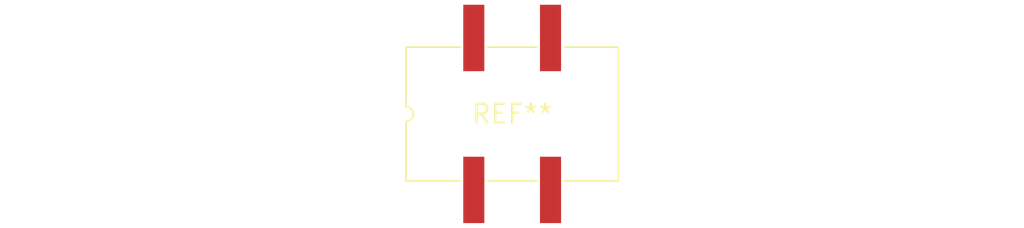
<source format=kicad_pcb>
(kicad_pcb (version 20240108) (generator pcbnew)
  (layers (0 "F.Cu" signal) (31 "B.Cu" signal) (34 "B.Paste" user) (35 "F.Paste" user) (36 "B.SilkS" user "B.Silkscreen") (37 "F.SilkS" user "F.Silkscreen") (38 "B.Mask" user) (39 "F.Mask" user) (44 "Edge.Cuts" user))
  (net 0 "")
  (footprint "Oscillator_SMD_SeikoEpson_SG8002JA-4Pin_14.0x8.7mm_HandSoldering" (layer "F.Cu") (at 0 0)
    (property "Reference" "REF**")
    (property "Value" "Oscillator_SMD_SeikoEpson_SG8002JA-4Pin_14.0x8.7mm_HandSoldering")
    (fp_line (start -7.2 -4.53) (end -3.52 -4.53) (layer "F.SilkS") (stroke (width 0.12)))
    (fp_line (start -7.2 -0.5) (end -7.2 -4.53) (layer "F.SilkS") (stroke (width 0.12)))
    (fp_line (start -7.2 4.53) (end -7.2 0.5) (layer "F.SilkS") (stroke (width 0.12)))
    (fp_line (start -7.2 4.53) (end -3.52 4.53) (layer "F.SilkS") (stroke (width 0.12)))
    (fp_line (start -1.69 -4.53) (end 1.69 -4.53) (layer "F.SilkS") (stroke (width 0.12)))
    (fp_line (start 1.69 4.53) (end -1.69 4.53) (layer "F.SilkS") (stroke (width 0.12)))
    (fp_line (start 3.52 -4.53) (end 7.2 -4.53) (layer "F.SilkS") (stroke (width 0.12)))
    (fp_line (start 7.2 -4.53) (end 7.2 4.53) (layer "F.SilkS") (stroke (width 0.12)))
    (fp_line (start 7.2 4.53) (end 3.52 4.53) (layer "F.SilkS") (stroke (width 0.12)))
    (fp_arc (start -7.2 -0.5) (mid -6.7 0) (end -7.2 0.5) (layer "F.SilkS") (stroke (width 0.12)))
    (pad "1" smd rect (at -2.6 5.15) (size 1.43 4.5) (layers "F.Cu" "F.Paste" "F.Mask"))
    (pad "2" smd rect (at 2.6 5.15) (size 1.43 4.5) (layers "F.Cu" "F.Paste" "F.Mask"))
    (pad "3" smd rect (at 2.6 -5.15) (size 1.43 4.5) (layers "F.Cu" "F.Paste" "F.Mask"))
    (pad "4" smd rect (at -2.6 -5.15) (size 1.43 4.5) (layers "F.Cu" "F.Paste" "F.Mask"))
  )
)
</source>
